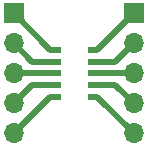
<source format=gbr>
%TF.GenerationSoftware,KiCad,Pcbnew,(5.1.9)-1*%
%TF.CreationDate,2021-09-06T09:51:30+02:00*%
%TF.ProjectId,SON10,534f4e31-302e-46b6-9963-61645f706362,rev?*%
%TF.SameCoordinates,Original*%
%TF.FileFunction,Copper,L1,Top*%
%TF.FilePolarity,Positive*%
%FSLAX46Y46*%
G04 Gerber Fmt 4.6, Leading zero omitted, Abs format (unit mm)*
G04 Created by KiCad (PCBNEW (5.1.9)-1) date 2021-09-06 09:51:30*
%MOMM*%
%LPD*%
G01*
G04 APERTURE LIST*
%TA.AperFunction,SMDPad,CuDef*%
%ADD10R,0.900000X0.600000*%
%TD*%
%TA.AperFunction,ComponentPad*%
%ADD11R,1.700000X1.700000*%
%TD*%
%TA.AperFunction,ComponentPad*%
%ADD12O,1.700000X1.700000*%
%TD*%
%TA.AperFunction,Conductor*%
%ADD13C,0.500000*%
%TD*%
G04 APERTURE END LIST*
D10*
%TO.P,REF\u002A\u002A,10*%
%TO.N,N/C*%
X118491000Y-91980000D03*
%TO.P,REF\u002A\u002A,9*%
X118491000Y-92980000D03*
%TO.P,REF\u002A\u002A,8*%
X118491000Y-93980000D03*
%TO.P,REF\u002A\u002A,7*%
X118491000Y-94980000D03*
%TO.P,REF\u002A\u002A,6*%
X118491000Y-95980000D03*
%TO.P,REF\u002A\u002A,5*%
X115391000Y-95980000D03*
%TO.P,REF\u002A\u002A,4*%
X115391000Y-94980000D03*
%TO.P,REF\u002A\u002A,3*%
X115391000Y-93980000D03*
%TO.P,REF\u002A\u002A,2*%
X115391000Y-92980000D03*
%TO.P,REF\u002A\u002A,1*%
X115391000Y-91980000D03*
%TD*%
D11*
%TO.P,REF\u002A\u002A,1*%
%TO.N,N/C*%
X121920000Y-88900000D03*
D12*
%TO.P,REF\u002A\u002A,2*%
X121920000Y-91440000D03*
%TO.P,REF\u002A\u002A,3*%
X121920000Y-93980000D03*
%TO.P,REF\u002A\u002A,4*%
X121920000Y-96520000D03*
%TO.P,REF\u002A\u002A,5*%
X121920000Y-99060000D03*
%TD*%
%TO.P,REF\u002A\u002A,5*%
%TO.N,N/C*%
X111760000Y-99060000D03*
%TO.P,REF\u002A\u002A,4*%
X111760000Y-96520000D03*
%TO.P,REF\u002A\u002A,3*%
X111760000Y-93980000D03*
%TO.P,REF\u002A\u002A,2*%
X111760000Y-91440000D03*
D11*
%TO.P,REF\u002A\u002A,1*%
X111760000Y-88900000D03*
%TD*%
D13*
%TO.N,*%
X118491000Y-93980000D02*
X121920000Y-93980000D01*
X120380000Y-92980000D02*
X121920000Y-91440000D01*
X118491000Y-92980000D02*
X120380000Y-92980000D01*
X118840000Y-91980000D02*
X121920000Y-88900000D01*
X118491000Y-91980000D02*
X118840000Y-91980000D01*
X120380000Y-94980000D02*
X121920000Y-96520000D01*
X118491000Y-94980000D02*
X120380000Y-94980000D01*
X118840000Y-95980000D02*
X121920000Y-99060000D01*
X118491000Y-95980000D02*
X118840000Y-95980000D01*
X114840000Y-95980000D02*
X111760000Y-99060000D01*
X115391000Y-95980000D02*
X114840000Y-95980000D01*
X113300000Y-94980000D02*
X111760000Y-96520000D01*
X115391000Y-94980000D02*
X113300000Y-94980000D01*
X115391000Y-93980000D02*
X111760000Y-93980000D01*
X113300000Y-92980000D02*
X111760000Y-91440000D01*
X115391000Y-92980000D02*
X113300000Y-92980000D01*
X114840000Y-91980000D02*
X111760000Y-88900000D01*
X115391000Y-91980000D02*
X114840000Y-91980000D01*
%TD*%
M02*

</source>
